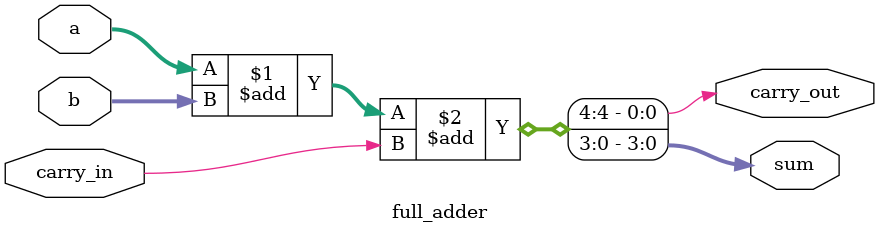
<source format=sv>
module full_adder
  #(parameter WIDTH = 4)
  (input logic [WIDTH - 1: 0] a, 
                              b, 
   input logic carry_in,
   output logic carry_out,
   output logic [WIDTH - 1: 0] sum);

assign {carry_out, sum} = a + b + carry_in;

endmodule

</source>
